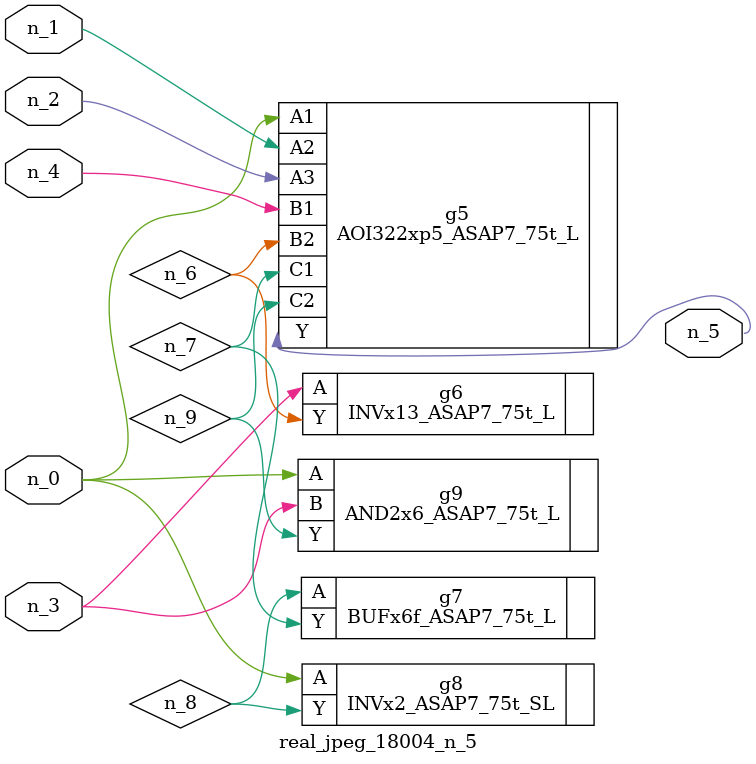
<source format=v>
module real_jpeg_18004_n_5 (n_4, n_0, n_1, n_2, n_3, n_5);

input n_4;
input n_0;
input n_1;
input n_2;
input n_3;

output n_5;

wire n_8;
wire n_6;
wire n_7;
wire n_9;

AOI322xp5_ASAP7_75t_L g5 ( 
.A1(n_0),
.A2(n_1),
.A3(n_2),
.B1(n_4),
.B2(n_6),
.C1(n_7),
.C2(n_9),
.Y(n_5)
);

INVx2_ASAP7_75t_SL g8 ( 
.A(n_0),
.Y(n_8)
);

AND2x6_ASAP7_75t_L g9 ( 
.A(n_0),
.B(n_3),
.Y(n_9)
);

INVx13_ASAP7_75t_L g6 ( 
.A(n_3),
.Y(n_6)
);

BUFx6f_ASAP7_75t_L g7 ( 
.A(n_8),
.Y(n_7)
);


endmodule
</source>
